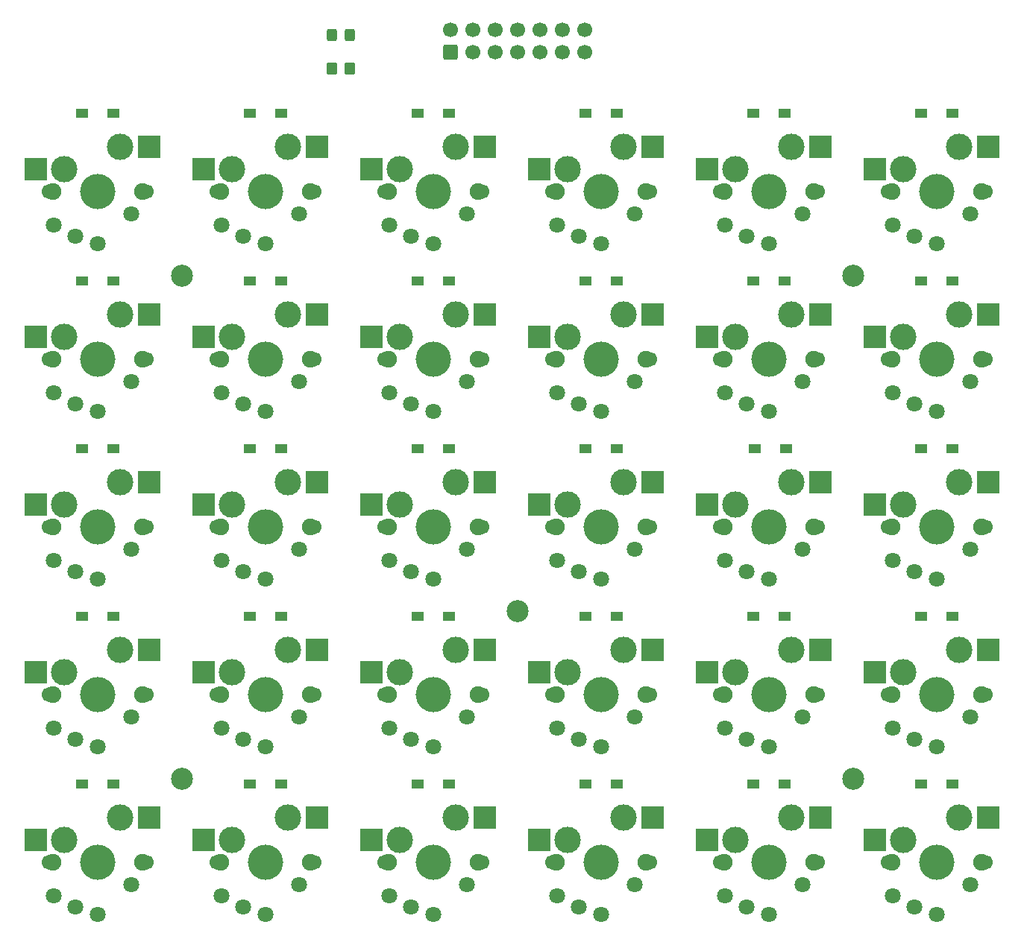
<source format=gbs>
%TF.GenerationSoftware,KiCad,Pcbnew,(6.0.7-1)-1*%
%TF.CreationDate,2022-08-07T13:04:08+08:00*%
%TF.ProjectId,Pragmatic,50726167-6d61-4746-9963-2e6b69636164,3*%
%TF.SameCoordinates,PX9157080PY3680a30*%
%TF.FileFunction,Soldermask,Bot*%
%TF.FilePolarity,Negative*%
%FSLAX46Y46*%
G04 Gerber Fmt 4.6, Leading zero omitted, Abs format (unit mm)*
G04 Created by KiCad (PCBNEW (6.0.7-1)-1) date 2022-08-07 13:04:08*
%MOMM*%
%LPD*%
G01*
G04 APERTURE LIST*
G04 Aperture macros list*
%AMRoundRect*
0 Rectangle with rounded corners*
0 $1 Rounding radius*
0 $2 $3 $4 $5 $6 $7 $8 $9 X,Y pos of 4 corners*
0 Add a 4 corners polygon primitive as box body*
4,1,4,$2,$3,$4,$5,$6,$7,$8,$9,$2,$3,0*
0 Add four circle primitives for the rounded corners*
1,1,$1+$1,$2,$3*
1,1,$1+$1,$4,$5*
1,1,$1+$1,$6,$7*
1,1,$1+$1,$8,$9*
0 Add four rect primitives between the rounded corners*
20,1,$1+$1,$2,$3,$4,$5,0*
20,1,$1+$1,$4,$5,$6,$7,0*
20,1,$1+$1,$6,$7,$8,$9,0*
20,1,$1+$1,$8,$9,$2,$3,0*%
G04 Aperture macros list end*
%ADD10C,2.500000*%
%ADD11RoundRect,0.250000X0.600000X-0.600000X0.600000X0.600000X-0.600000X0.600000X-0.600000X-0.600000X0*%
%ADD12C,1.700000*%
%ADD13R,1.400000X1.000000*%
%ADD14C,4.000000*%
%ADD15C,1.900000*%
%ADD16C,3.000000*%
%ADD17C,1.701800*%
%ADD18R,2.550000X2.500000*%
%ADD19C,1.800000*%
%ADD20RoundRect,0.250000X0.325000X0.450000X-0.325000X0.450000X-0.325000X-0.450000X0.325000X-0.450000X0*%
%ADD21RoundRect,0.250000X0.350000X0.450000X-0.350000X0.450000X-0.350000X-0.450000X0.350000X-0.450000X0*%
G04 APERTURE END LIST*
D10*
%TO.C,H5*%
X-47625000Y-47625000D03*
%TD*%
%TO.C,H1*%
X-85725000Y-9525000D03*
%TD*%
%TO.C,H2*%
X-85725000Y-66675000D03*
%TD*%
%TO.C,H3*%
X-9525000Y-9525000D03*
%TD*%
%TO.C,H4*%
X-9525000Y-66675000D03*
%TD*%
D11*
%TO.C,J1*%
X-55245000Y15875000D03*
D12*
X-55245000Y18415000D03*
X-52705000Y15875000D03*
X-52705000Y18415000D03*
X-50165000Y15875000D03*
X-50165000Y18415000D03*
X-47625000Y15875000D03*
X-47625000Y18415000D03*
X-45085000Y15875000D03*
X-45085000Y18415000D03*
X-42545000Y15875000D03*
X-42545000Y18415000D03*
X-40005000Y15875000D03*
X-40005000Y18415000D03*
%TD*%
D13*
%TO.C,D1*%
X-93475000Y8890000D03*
X-97025000Y8890000D03*
%TD*%
%TO.C,D7*%
X-93475000Y-10160000D03*
X-97025000Y-10160000D03*
%TD*%
%TO.C,D8*%
X-74425000Y-10160000D03*
X-77975000Y-10160000D03*
%TD*%
D14*
%TO.C,SW1*%
X-95250000Y0D03*
D15*
X-100330000Y0D03*
D16*
X-99060000Y2540000D03*
D17*
X-89750000Y0D03*
X-100750000Y0D03*
D15*
X-90170000Y0D03*
D16*
X-92710000Y5080000D03*
D18*
X-102335000Y2540000D03*
D19*
X-100250000Y-3800000D03*
X-97790000Y-5080000D03*
X-95250000Y-5900000D03*
D18*
X-89408000Y5080000D03*
D19*
X-91440000Y-2540000D03*
%TD*%
D14*
%TO.C,SW7*%
X-95250000Y-19050000D03*
D16*
X-99060000Y-16510000D03*
D15*
X-90170000Y-19050000D03*
D17*
X-89750000Y-19050000D03*
X-100750000Y-19050000D03*
D15*
X-100330000Y-19050000D03*
D16*
X-92710000Y-13970000D03*
D18*
X-102335000Y-16510000D03*
D19*
X-97790000Y-24130000D03*
X-100250000Y-22850000D03*
D18*
X-89408000Y-13970000D03*
D19*
X-91440000Y-21590000D03*
X-95250000Y-24950000D03*
%TD*%
D17*
%TO.C,SW8*%
X-70700000Y-19050000D03*
D14*
X-76200000Y-19050000D03*
D16*
X-80010000Y-16510000D03*
D15*
X-81280000Y-19050000D03*
D17*
X-81700000Y-19050000D03*
D16*
X-73660000Y-13970000D03*
D15*
X-71120000Y-19050000D03*
D19*
X-81200000Y-22850000D03*
D18*
X-83285000Y-16510000D03*
D19*
X-78740000Y-24130000D03*
D18*
X-70358000Y-13970000D03*
D19*
X-76200000Y-24950000D03*
X-72390000Y-21590000D03*
%TD*%
D13*
%TO.C,D2*%
X-74425000Y8890000D03*
X-77975000Y8890000D03*
%TD*%
D14*
%TO.C,SW2*%
X-76200000Y0D03*
D16*
X-73660000Y5080000D03*
D17*
X-70700000Y0D03*
X-81700000Y0D03*
D15*
X-71120000Y0D03*
X-81280000Y0D03*
D16*
X-80010000Y2540000D03*
D18*
X-83285000Y2540000D03*
D19*
X-81200000Y-3800000D03*
X-78740000Y-5080000D03*
X-72390000Y-2540000D03*
X-76200000Y-5900000D03*
D18*
X-70358000Y5080000D03*
%TD*%
D13*
%TO.C,D3*%
X-55375000Y8890000D03*
X-58925000Y8890000D03*
%TD*%
%TO.C,D4*%
X-36325000Y8890000D03*
X-39875000Y8890000D03*
%TD*%
%TO.C,D5*%
X-17275000Y8890000D03*
X-20825000Y8890000D03*
%TD*%
%TO.C,D6*%
X1775000Y8890000D03*
X-1775000Y8890000D03*
%TD*%
%TO.C,D9*%
X-55375000Y-10160000D03*
X-58925000Y-10160000D03*
%TD*%
%TO.C,D10*%
X-36325000Y-10160000D03*
X-39875000Y-10160000D03*
%TD*%
%TO.C,D11*%
X-17275000Y-10160000D03*
X-20825000Y-10160000D03*
%TD*%
%TO.C,D12*%
X1775000Y-10160000D03*
X-1775000Y-10160000D03*
%TD*%
%TO.C,D13*%
X-93475000Y-29210000D03*
X-97025000Y-29210000D03*
%TD*%
%TO.C,D14*%
X-74425000Y-29210000D03*
X-77975000Y-29210000D03*
%TD*%
%TO.C,D15*%
X-55375000Y-29210000D03*
X-58925000Y-29210000D03*
%TD*%
%TO.C,D16*%
X-36325000Y-29210000D03*
X-39875000Y-29210000D03*
%TD*%
%TO.C,D17*%
X-17145000Y-29210000D03*
X-20695000Y-29210000D03*
%TD*%
%TO.C,D18*%
X1775000Y-29210000D03*
X-1775000Y-29210000D03*
%TD*%
%TO.C,D19*%
X-93475000Y-48260000D03*
X-97025000Y-48260000D03*
%TD*%
%TO.C,D20*%
X-74425000Y-48260000D03*
X-77975000Y-48260000D03*
%TD*%
%TO.C,D21*%
X-55375000Y-48260000D03*
X-58925000Y-48260000D03*
%TD*%
%TO.C,D22*%
X-36325000Y-48260000D03*
X-39875000Y-48260000D03*
%TD*%
%TO.C,D23*%
X-17275000Y-48260000D03*
X-20825000Y-48260000D03*
%TD*%
%TO.C,D24*%
X1775000Y-48260000D03*
X-1775000Y-48260000D03*
%TD*%
%TO.C,D25*%
X-93475000Y-67310000D03*
X-97025000Y-67310000D03*
%TD*%
%TO.C,D26*%
X-74425000Y-67310000D03*
X-77975000Y-67310000D03*
%TD*%
%TO.C,D27*%
X-55375000Y-67310000D03*
X-58925000Y-67310000D03*
%TD*%
%TO.C,D28*%
X-36325000Y-67310000D03*
X-39875000Y-67310000D03*
%TD*%
%TO.C,D29*%
X-17275000Y-67310000D03*
X-20825000Y-67310000D03*
%TD*%
%TO.C,D30*%
X1775000Y-67310000D03*
X-1775000Y-67310000D03*
%TD*%
D15*
%TO.C,SW3*%
X-62230000Y0D03*
X-52070000Y0D03*
D16*
X-54610000Y5080000D03*
X-60960000Y2540000D03*
D17*
X-51650000Y0D03*
X-62650000Y0D03*
D14*
X-57150000Y0D03*
D19*
X-59690000Y-5080000D03*
X-62150000Y-3800000D03*
D18*
X-64235000Y2540000D03*
D19*
X-57150000Y-5900000D03*
D18*
X-51308000Y5080000D03*
D19*
X-53340000Y-2540000D03*
%TD*%
D17*
%TO.C,SW4*%
X-43600000Y0D03*
D15*
X-33020000Y0D03*
D16*
X-41910000Y2540000D03*
D17*
X-32600000Y0D03*
D14*
X-38100000Y0D03*
D15*
X-43180000Y0D03*
D16*
X-35560000Y5080000D03*
D18*
X-45185000Y2540000D03*
D19*
X-43100000Y-3800000D03*
X-40640000Y-5080000D03*
X-34290000Y-2540000D03*
X-38100000Y-5900000D03*
D18*
X-32258000Y5080000D03*
%TD*%
D16*
%TO.C,SW5*%
X-22860000Y2540000D03*
D15*
X-24130000Y0D03*
D17*
X-13550000Y0D03*
D14*
X-19050000Y0D03*
D16*
X-16510000Y5080000D03*
D17*
X-24550000Y0D03*
D15*
X-13970000Y0D03*
D19*
X-24050000Y-3800000D03*
X-21590000Y-5080000D03*
D18*
X-26135000Y2540000D03*
D19*
X-15240000Y-2540000D03*
X-19050000Y-5900000D03*
D18*
X-13208000Y5080000D03*
%TD*%
D16*
%TO.C,SW6*%
X-3810000Y2540000D03*
D17*
X5500000Y0D03*
D14*
X0Y0D03*
D16*
X2540000Y5080000D03*
D17*
X-5500000Y0D03*
D15*
X5080000Y0D03*
X-5080000Y0D03*
D19*
X-5000000Y-3800000D03*
X-2540000Y-5080000D03*
D18*
X-7085000Y2540000D03*
D19*
X0Y-5900000D03*
X3810000Y-2540000D03*
D18*
X5842000Y5080000D03*
%TD*%
D15*
%TO.C,SW9*%
X-62230000Y-19050000D03*
D17*
X-62650000Y-19050000D03*
D15*
X-52070000Y-19050000D03*
D17*
X-51650000Y-19050000D03*
D16*
X-54610000Y-13970000D03*
X-60960000Y-16510000D03*
D14*
X-57150000Y-19050000D03*
D18*
X-64235000Y-16510000D03*
D19*
X-59690000Y-24130000D03*
X-62150000Y-22850000D03*
X-57150000Y-24950000D03*
X-53340000Y-21590000D03*
D18*
X-51308000Y-13970000D03*
%TD*%
D14*
%TO.C,SW10*%
X-38100000Y-19050000D03*
D17*
X-43600000Y-19050000D03*
D16*
X-35560000Y-13970000D03*
X-41910000Y-16510000D03*
D15*
X-33020000Y-19050000D03*
X-43180000Y-19050000D03*
D17*
X-32600000Y-19050000D03*
D18*
X-45185000Y-16510000D03*
D19*
X-40640000Y-24130000D03*
X-43100000Y-22850000D03*
D18*
X-32258000Y-13970000D03*
D19*
X-38100000Y-24950000D03*
X-34290000Y-21590000D03*
%TD*%
D16*
%TO.C,SW11*%
X-16510000Y-13970000D03*
X-22860000Y-16510000D03*
D14*
X-19050000Y-19050000D03*
D15*
X-24130000Y-19050000D03*
D17*
X-24550000Y-19050000D03*
X-13550000Y-19050000D03*
D15*
X-13970000Y-19050000D03*
D18*
X-26135000Y-16510000D03*
D19*
X-24050000Y-22850000D03*
X-21590000Y-24130000D03*
D18*
X-13208000Y-13970000D03*
D19*
X-19050000Y-24950000D03*
X-15240000Y-21590000D03*
%TD*%
D16*
%TO.C,SW12*%
X2540000Y-13970000D03*
X-3810000Y-16510000D03*
D17*
X-5500000Y-19050000D03*
D14*
X0Y-19050000D03*
D17*
X5500000Y-19050000D03*
D15*
X-5080000Y-19050000D03*
X5080000Y-19050000D03*
D18*
X-7085000Y-16510000D03*
D19*
X-2540000Y-24130000D03*
X-5000000Y-22850000D03*
D18*
X5842000Y-13970000D03*
D19*
X3810000Y-21590000D03*
X0Y-24950000D03*
%TD*%
D14*
%TO.C,SW13*%
X-95250000Y-38100000D03*
D16*
X-99060000Y-35560000D03*
D17*
X-89750000Y-38100000D03*
X-100750000Y-38100000D03*
D16*
X-92710000Y-33020000D03*
D15*
X-90170000Y-38100000D03*
X-100330000Y-38100000D03*
D19*
X-100250000Y-41900000D03*
D18*
X-102335000Y-35560000D03*
D19*
X-97790000Y-43180000D03*
D18*
X-89408000Y-33020000D03*
D19*
X-95250000Y-44000000D03*
X-91440000Y-40640000D03*
%TD*%
D17*
%TO.C,SW14*%
X-81700000Y-38100000D03*
D16*
X-80010000Y-35560000D03*
D17*
X-70700000Y-38100000D03*
D15*
X-71120000Y-38100000D03*
D16*
X-73660000Y-33020000D03*
D14*
X-76200000Y-38100000D03*
D15*
X-81280000Y-38100000D03*
D19*
X-81200000Y-41900000D03*
X-78740000Y-43180000D03*
D18*
X-83285000Y-35560000D03*
D19*
X-72390000Y-40640000D03*
X-76200000Y-44000000D03*
D18*
X-70358000Y-33020000D03*
%TD*%
D15*
%TO.C,SW15*%
X-52070000Y-38100000D03*
D16*
X-60960000Y-35560000D03*
D15*
X-62230000Y-38100000D03*
D17*
X-51650000Y-38100000D03*
D16*
X-54610000Y-33020000D03*
D14*
X-57150000Y-38100000D03*
D17*
X-62650000Y-38100000D03*
D19*
X-62150000Y-41900000D03*
X-59690000Y-43180000D03*
D18*
X-64235000Y-35560000D03*
D19*
X-57150000Y-44000000D03*
D18*
X-51308000Y-33020000D03*
D19*
X-53340000Y-40640000D03*
%TD*%
D14*
%TO.C,SW16*%
X-38100000Y-38100000D03*
D17*
X-32600000Y-38100000D03*
D16*
X-35560000Y-33020000D03*
D15*
X-33020000Y-38100000D03*
D17*
X-43600000Y-38100000D03*
D16*
X-41910000Y-35560000D03*
D15*
X-43180000Y-38100000D03*
D18*
X-45185000Y-35560000D03*
D19*
X-40640000Y-43180000D03*
X-43100000Y-41900000D03*
X-38100000Y-44000000D03*
X-34290000Y-40640000D03*
D18*
X-32258000Y-33020000D03*
%TD*%
D16*
%TO.C,SW17*%
X-22860000Y-35560000D03*
D15*
X-13970000Y-38100000D03*
X-24130000Y-38100000D03*
D17*
X-24550000Y-38100000D03*
D14*
X-19050000Y-38100000D03*
D17*
X-13550000Y-38100000D03*
D16*
X-16510000Y-33020000D03*
D19*
X-21590000Y-43180000D03*
D18*
X-26135000Y-35560000D03*
D19*
X-24050000Y-41900000D03*
X-19050000Y-44000000D03*
D18*
X-13208000Y-33020000D03*
D19*
X-15240000Y-40640000D03*
%TD*%
D15*
%TO.C,SW18*%
X-5080000Y-38100000D03*
D17*
X-5500000Y-38100000D03*
X5500000Y-38100000D03*
D15*
X5080000Y-38100000D03*
D16*
X-3810000Y-35560000D03*
D14*
X0Y-38100000D03*
D16*
X2540000Y-33020000D03*
D19*
X-2540000Y-43180000D03*
X-5000000Y-41900000D03*
D18*
X-7085000Y-35560000D03*
X5842000Y-33020000D03*
D19*
X0Y-44000000D03*
X3810000Y-40640000D03*
%TD*%
D15*
%TO.C,SW19*%
X-100330000Y-57150000D03*
D16*
X-92710000Y-52070000D03*
D17*
X-89750000Y-57150000D03*
X-100750000Y-57150000D03*
D16*
X-99060000Y-54610000D03*
D15*
X-90170000Y-57150000D03*
D14*
X-95250000Y-57150000D03*
D19*
X-97790000Y-62230000D03*
D18*
X-102335000Y-54610000D03*
D19*
X-100250000Y-60950000D03*
D18*
X-89408000Y-52070000D03*
D19*
X-91440000Y-59690000D03*
X-95250000Y-63050000D03*
%TD*%
D17*
%TO.C,SW20*%
X-70700000Y-57150000D03*
D16*
X-80010000Y-54610000D03*
D14*
X-76200000Y-57150000D03*
D16*
X-73660000Y-52070000D03*
D15*
X-71120000Y-57150000D03*
X-81280000Y-57150000D03*
D17*
X-81700000Y-57150000D03*
D19*
X-81200000Y-60950000D03*
D18*
X-83285000Y-54610000D03*
D19*
X-78740000Y-62230000D03*
D18*
X-70358000Y-52070000D03*
D19*
X-76200000Y-63050000D03*
X-72390000Y-59690000D03*
%TD*%
D16*
%TO.C,SW21*%
X-60960000Y-54610000D03*
D15*
X-52070000Y-57150000D03*
D17*
X-62650000Y-57150000D03*
D15*
X-62230000Y-57150000D03*
D17*
X-51650000Y-57150000D03*
D16*
X-54610000Y-52070000D03*
D14*
X-57150000Y-57150000D03*
D18*
X-64235000Y-54610000D03*
D19*
X-62150000Y-60950000D03*
X-59690000Y-62230000D03*
X-53340000Y-59690000D03*
D18*
X-51308000Y-52070000D03*
D19*
X-57150000Y-63050000D03*
%TD*%
D15*
%TO.C,SW22*%
X-43180000Y-57150000D03*
D14*
X-38100000Y-57150000D03*
D17*
X-43600000Y-57150000D03*
D16*
X-41910000Y-54610000D03*
X-35560000Y-52070000D03*
D15*
X-33020000Y-57150000D03*
D17*
X-32600000Y-57150000D03*
D18*
X-45185000Y-54610000D03*
D19*
X-40640000Y-62230000D03*
X-43100000Y-60950000D03*
X-38100000Y-63050000D03*
X-34290000Y-59690000D03*
D18*
X-32258000Y-52070000D03*
%TD*%
D17*
%TO.C,SW23*%
X-24550000Y-57150000D03*
D16*
X-16510000Y-52070000D03*
D14*
X-19050000Y-57150000D03*
D17*
X-13550000Y-57150000D03*
D15*
X-13970000Y-57150000D03*
X-24130000Y-57150000D03*
D16*
X-22860000Y-54610000D03*
D19*
X-21590000Y-62230000D03*
X-24050000Y-60950000D03*
D18*
X-26135000Y-54610000D03*
D19*
X-15240000Y-59690000D03*
D18*
X-13208000Y-52070000D03*
D19*
X-19050000Y-63050000D03*
%TD*%
D17*
%TO.C,SW24*%
X5500000Y-57150000D03*
D16*
X-3810000Y-54610000D03*
D14*
X0Y-57150000D03*
D16*
X2540000Y-52070000D03*
D17*
X-5500000Y-57150000D03*
D15*
X-5080000Y-57150000D03*
X5080000Y-57150000D03*
D19*
X-2540000Y-62230000D03*
D18*
X-7085000Y-54610000D03*
D19*
X-5000000Y-60950000D03*
X0Y-63050000D03*
X3810000Y-59690000D03*
D18*
X5842000Y-52070000D03*
%TD*%
D16*
%TO.C,SW25*%
X-92710000Y-71120000D03*
D15*
X-90170000Y-76200000D03*
D17*
X-100750000Y-76200000D03*
D15*
X-100330000Y-76200000D03*
D17*
X-89750000Y-76200000D03*
D14*
X-95250000Y-76200000D03*
D16*
X-99060000Y-73660000D03*
D19*
X-97790000Y-81280000D03*
X-100250000Y-80000000D03*
D18*
X-102335000Y-73660000D03*
X-89408000Y-71120000D03*
D19*
X-95250000Y-82100000D03*
X-91440000Y-78740000D03*
%TD*%
D16*
%TO.C,SW26*%
X-80010000Y-73660000D03*
X-73660000Y-71120000D03*
D15*
X-81280000Y-76200000D03*
D14*
X-76200000Y-76200000D03*
D15*
X-71120000Y-76200000D03*
D17*
X-70700000Y-76200000D03*
X-81700000Y-76200000D03*
D19*
X-78740000Y-81280000D03*
X-81200000Y-80000000D03*
D18*
X-83285000Y-73660000D03*
D19*
X-72390000Y-78740000D03*
D18*
X-70358000Y-71120000D03*
D19*
X-76200000Y-82100000D03*
%TD*%
D14*
%TO.C,SW27*%
X-57150000Y-76200000D03*
D16*
X-54610000Y-71120000D03*
D17*
X-62650000Y-76200000D03*
D15*
X-62230000Y-76200000D03*
D17*
X-51650000Y-76200000D03*
D15*
X-52070000Y-76200000D03*
D16*
X-60960000Y-73660000D03*
D19*
X-62150000Y-80000000D03*
X-59690000Y-81280000D03*
D18*
X-64235000Y-73660000D03*
X-51308000Y-71120000D03*
D19*
X-57150000Y-82100000D03*
X-53340000Y-78740000D03*
%TD*%
D14*
%TO.C,SW28*%
X-38100000Y-76200000D03*
D15*
X-43180000Y-76200000D03*
D17*
X-43600000Y-76200000D03*
X-32600000Y-76200000D03*
D15*
X-33020000Y-76200000D03*
D16*
X-35560000Y-71120000D03*
X-41910000Y-73660000D03*
D19*
X-43100000Y-80000000D03*
D18*
X-45185000Y-73660000D03*
D19*
X-40640000Y-81280000D03*
X-38100000Y-82100000D03*
D18*
X-32258000Y-71120000D03*
D19*
X-34290000Y-78740000D03*
%TD*%
D17*
%TO.C,SW29*%
X-13550000Y-76200000D03*
D15*
X-24130000Y-76200000D03*
D16*
X-22860000Y-73660000D03*
X-16510000Y-71120000D03*
D17*
X-24550000Y-76200000D03*
D14*
X-19050000Y-76200000D03*
D15*
X-13970000Y-76200000D03*
D18*
X-26135000Y-73660000D03*
D19*
X-21590000Y-81280000D03*
X-24050000Y-80000000D03*
D18*
X-13208000Y-71120000D03*
D19*
X-15240000Y-78740000D03*
X-19050000Y-82100000D03*
%TD*%
D17*
%TO.C,SW30*%
X-5500000Y-76200000D03*
D16*
X-3810000Y-73660000D03*
D15*
X-5080000Y-76200000D03*
D17*
X5500000Y-76200000D03*
D16*
X2540000Y-71120000D03*
D15*
X5080000Y-76200000D03*
D14*
X0Y-76200000D03*
D19*
X-5000000Y-80000000D03*
X-2540000Y-81280000D03*
D18*
X-7085000Y-73660000D03*
D19*
X3810000Y-78740000D03*
D18*
X5842000Y-71120000D03*
D19*
X0Y-82100000D03*
%TD*%
D20*
%TO.C,D37*%
X-66675000Y17780000D03*
X-68725000Y17780000D03*
%TD*%
D21*
%TO.C,R1*%
X-66675000Y13970000D03*
X-68675000Y13970000D03*
%TD*%
M02*

</source>
